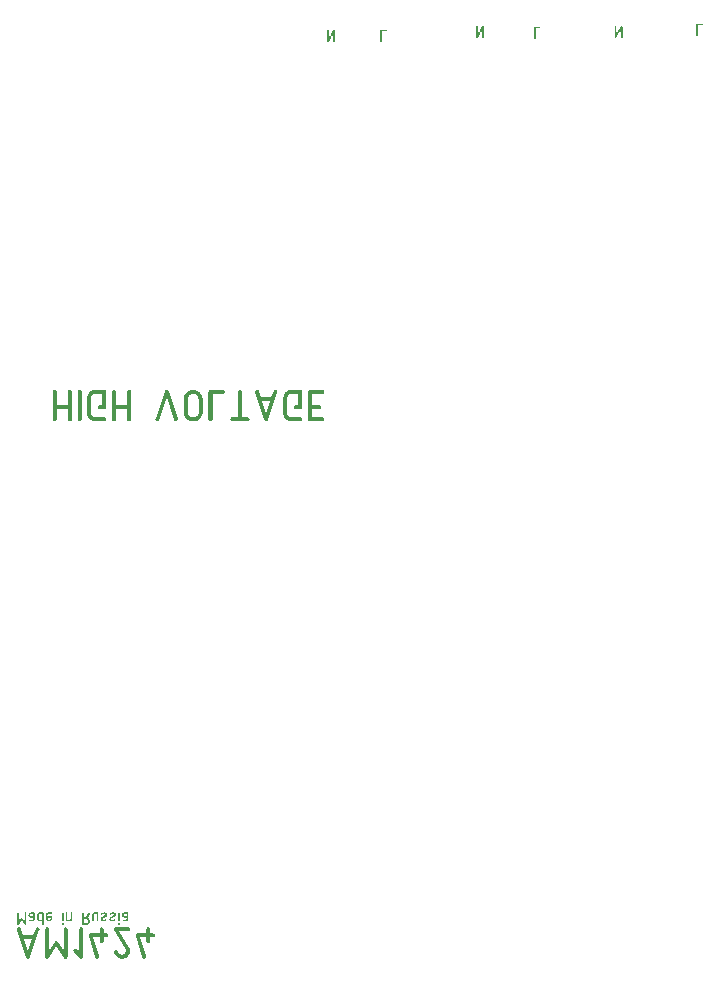
<source format=gbo>
G04 Layer_Color=32896*
%FSLAX25Y25*%
%MOIN*%
G70*
G01*
G75*
G36*
X20157Y18686D02*
X20223Y18657D01*
X20274Y18621D01*
X20303Y18570D01*
X20325Y18519D01*
X20332Y18482D01*
X20339Y18453D01*
Y18438D01*
Y16609D01*
X20332Y16477D01*
X20303Y16361D01*
X20259Y16251D01*
X20215Y16164D01*
X20164Y16091D01*
X20128Y16033D01*
X20099Y16003D01*
X20084Y15989D01*
X19982Y15901D01*
X19880Y15843D01*
X19771Y15799D01*
X19676Y15763D01*
X19588Y15748D01*
X19523Y15741D01*
X19472Y15734D01*
X18444D01*
X18356Y15748D01*
X18291Y15777D01*
X18247Y15814D01*
X18218Y15865D01*
X18196Y15916D01*
X18189Y15953D01*
X18181Y15982D01*
Y15996D01*
Y18438D01*
X18196Y18526D01*
X18225Y18591D01*
X18269Y18635D01*
X18320Y18664D01*
X18364Y18686D01*
X18407Y18693D01*
X18437Y18701D01*
X18451D01*
X18539Y18686D01*
X18604Y18657D01*
X18655Y18621D01*
X18685Y18570D01*
X18706Y18519D01*
X18714Y18482D01*
X18721Y18453D01*
Y18438D01*
Y16266D01*
X19457D01*
X19508Y16273D01*
X19559Y16281D01*
X19632Y16317D01*
X19661Y16339D01*
X19683Y16353D01*
X19691Y16361D01*
X19698Y16368D01*
X19734Y16404D01*
X19756Y16448D01*
X19785Y16521D01*
X19793Y16557D01*
X19800Y16587D01*
Y16601D01*
Y16609D01*
Y18438D01*
X19814Y18526D01*
X19844Y18591D01*
X19887Y18635D01*
X19938Y18664D01*
X19982Y18686D01*
X20026Y18693D01*
X20055Y18701D01*
X20070D01*
X20157Y18686D01*
D02*
G37*
G36*
X25916Y18693D02*
X25953Y18686D01*
X26011Y18657D01*
X26047Y18635D01*
X26062Y18621D01*
X26091Y18591D01*
X26113Y18555D01*
X26142Y18497D01*
X26149Y18453D01*
Y18446D01*
Y18438D01*
X26142Y18395D01*
X26135Y18351D01*
X26120Y18322D01*
X26113Y18314D01*
X25413Y16959D01*
X25544Y16900D01*
X25654Y16827D01*
X25756Y16747D01*
X25836Y16660D01*
X25909Y16565D01*
X25967Y16463D01*
X26018Y16368D01*
X26055Y16266D01*
X26091Y16171D01*
X26113Y16084D01*
X26128Y16003D01*
X26135Y15931D01*
X26142Y15872D01*
X26149Y15829D01*
Y15799D01*
Y15792D01*
X26142Y15697D01*
X26135Y15603D01*
X26091Y15428D01*
X26033Y15274D01*
X25960Y15143D01*
X25887Y15034D01*
X25858Y14990D01*
X25829Y14954D01*
X25807Y14925D01*
X25785Y14903D01*
X25778Y14895D01*
X25770Y14888D01*
X25697Y14822D01*
X25624Y14764D01*
X25552Y14713D01*
X25471Y14669D01*
X25318Y14604D01*
X25180Y14553D01*
X25056Y14531D01*
X25005Y14524D01*
X24954Y14516D01*
X24917Y14509D01*
X23846D01*
X23758Y14524D01*
X23693Y14553D01*
X23649Y14589D01*
X23620Y14640D01*
X23598Y14691D01*
X23591Y14728D01*
X23583Y14757D01*
Y14772D01*
Y18438D01*
X23598Y18526D01*
X23627Y18591D01*
X23671Y18635D01*
X23722Y18664D01*
X23766Y18686D01*
X23809Y18693D01*
X23839Y18701D01*
X23853D01*
X23941Y18686D01*
X24006Y18657D01*
X24057Y18621D01*
X24086Y18570D01*
X24108Y18519D01*
X24115Y18482D01*
X24123Y18453D01*
Y18438D01*
Y17075D01*
X24896D01*
X25654Y18584D01*
X25676Y18621D01*
X25712Y18650D01*
X25749Y18672D01*
X25785Y18686D01*
X25821Y18693D01*
X25850Y18701D01*
X25880D01*
X25916Y18693D01*
D02*
G37*
G36*
X35991Y18686D02*
X36057Y18657D01*
X36108Y18621D01*
X36137Y18570D01*
X36159Y18519D01*
X36166Y18482D01*
X36173Y18453D01*
Y18438D01*
Y15996D01*
X36159Y15909D01*
X36129Y15843D01*
X36086Y15799D01*
X36042Y15763D01*
X35991Y15748D01*
X35947Y15741D01*
X35918Y15734D01*
X35903D01*
X35816Y15748D01*
X35750Y15777D01*
X35699Y15814D01*
X35670Y15865D01*
X35648Y15916D01*
X35641Y15953D01*
X35634Y15982D01*
Y15996D01*
Y18438D01*
X35648Y18526D01*
X35677Y18591D01*
X35721Y18635D01*
X35772Y18664D01*
X35816Y18686D01*
X35860Y18693D01*
X35889Y18701D01*
X35903D01*
X35991Y18686D01*
D02*
G37*
G36*
X38870D02*
X38936Y18657D01*
X38987Y18621D01*
X39016Y18570D01*
X39038Y18519D01*
X39045Y18482D01*
X39053Y18453D01*
Y18438D01*
Y16609D01*
X39045Y16477D01*
X39016Y16361D01*
X38972Y16251D01*
X38929Y16164D01*
X38878Y16091D01*
X38841Y16033D01*
X38812Y16003D01*
X38798Y15989D01*
X38695Y15901D01*
X38594Y15843D01*
X38484Y15799D01*
X38389Y15763D01*
X38302Y15748D01*
X38236Y15741D01*
X38185Y15734D01*
X37354D01*
X37267Y15748D01*
X37201Y15777D01*
X37150Y15814D01*
X37121Y15865D01*
X37099Y15916D01*
X37092Y15953D01*
X37084Y15982D01*
Y15996D01*
X37099Y16084D01*
X37128Y16149D01*
X37172Y16200D01*
X37223Y16229D01*
X37267Y16251D01*
X37310Y16259D01*
X37340Y16266D01*
X38171D01*
X38222Y16273D01*
X38265Y16281D01*
X38346Y16317D01*
X38375Y16339D01*
X38397Y16353D01*
X38404Y16361D01*
X38411Y16368D01*
X38448Y16404D01*
X38469Y16448D01*
X38499Y16521D01*
X38506Y16557D01*
X38513Y16587D01*
Y16601D01*
Y16609D01*
Y16951D01*
X37762D01*
X37668Y16959D01*
X37580Y16973D01*
X37500Y16995D01*
X37427Y17017D01*
X37296Y17090D01*
X37187Y17170D01*
X37106Y17250D01*
X37041Y17323D01*
X37026Y17345D01*
X37012Y17367D01*
X36997Y17381D01*
Y17389D01*
X36961Y17469D01*
X36931Y17542D01*
X36909Y17615D01*
X36895Y17680D01*
X36888Y17739D01*
X36880Y17789D01*
Y17819D01*
Y17826D01*
X36895Y17957D01*
X36924Y18081D01*
X36961Y18191D01*
X37012Y18278D01*
X37055Y18351D01*
X37099Y18409D01*
X37128Y18438D01*
X37135Y18453D01*
X37238Y18533D01*
X37340Y18599D01*
X37449Y18643D01*
X37544Y18672D01*
X37631Y18686D01*
X37704Y18693D01*
X37748Y18701D01*
X38783D01*
X38870Y18686D01*
D02*
G37*
G36*
X39101Y13743D02*
X39265Y13670D01*
X39392Y13561D01*
X39465Y13433D01*
X39520Y13324D01*
X39538Y13215D01*
X39556Y13142D01*
Y13105D01*
X39520Y12887D01*
X39447Y12723D01*
X39338Y12614D01*
X39228Y12522D01*
X39101Y12486D01*
X38991Y12468D01*
X38919Y12449D01*
X35894D01*
X39064Y7548D01*
X39228Y7257D01*
X39356Y6983D01*
X39429Y6710D01*
X39502Y6473D01*
X39538Y6291D01*
X39556Y6127D01*
Y6036D01*
Y6000D01*
Y5799D01*
X39520Y5599D01*
X39429Y5234D01*
X39301Y4906D01*
X39156Y4633D01*
X39010Y4414D01*
X38882Y4250D01*
X38791Y4141D01*
X38773Y4105D01*
X38755D01*
X38609Y3959D01*
X38445Y3831D01*
X38135Y3649D01*
X37807Y3503D01*
X37516Y3394D01*
X37261Y3339D01*
X37042Y3321D01*
X36969Y3303D01*
X36860D01*
X36550Y3321D01*
X36277Y3394D01*
X36004Y3485D01*
X35748Y3613D01*
X35511Y3759D01*
X35293Y3923D01*
X35092Y4105D01*
X34910Y4287D01*
X34746Y4487D01*
X34600Y4651D01*
X34491Y4834D01*
X34382Y4979D01*
X34309Y5107D01*
X34254Y5198D01*
X34218Y5271D01*
X34200Y5289D01*
X34163Y5344D01*
X34145Y5417D01*
Y5471D01*
Y5489D01*
X34181Y5708D01*
X34254Y5872D01*
X34364Y6000D01*
X34491Y6072D01*
X34600Y6127D01*
X34710Y6145D01*
X34783Y6164D01*
X34819D01*
X34965Y6145D01*
X35074Y6109D01*
X35184Y6054D01*
X35256Y6000D01*
X35329Y5945D01*
X35366Y5890D01*
X35402Y5854D01*
Y5836D01*
X35530Y5617D01*
X35657Y5435D01*
X35785Y5271D01*
X35912Y5143D01*
X36040Y5016D01*
X36167Y4925D01*
X36386Y4779D01*
X36568Y4688D01*
X36732Y4651D01*
X36823Y4633D01*
X36860D01*
X37060Y4651D01*
X37242Y4688D01*
X37406Y4761D01*
X37534Y4834D01*
X37643Y4906D01*
X37734Y4979D01*
X37789Y5016D01*
X37807Y5034D01*
X37935Y5198D01*
X38044Y5362D01*
X38117Y5508D01*
X38153Y5672D01*
X38190Y5799D01*
X38208Y5909D01*
Y5981D01*
Y6000D01*
Y6145D01*
X38172Y6291D01*
X38135Y6419D01*
X38099Y6528D01*
X38062Y6619D01*
X38026Y6692D01*
X38008Y6747D01*
X37989Y6765D01*
X34254Y12741D01*
X34200Y12868D01*
X34163Y12996D01*
X34145Y13087D01*
Y13105D01*
Y13124D01*
X34181Y13342D01*
X34254Y13506D01*
X34364Y13615D01*
X34491Y13688D01*
X34600Y13743D01*
X34710Y13761D01*
X34783Y13780D01*
X38882D01*
X39101Y13743D01*
D02*
G37*
G36*
X30301D02*
X30465Y13670D01*
X30592Y13579D01*
X30665Y13452D01*
X30720Y13324D01*
X30738Y13233D01*
X30756Y13160D01*
Y13124D01*
Y11757D01*
X31594D01*
X31813Y11721D01*
X31977Y11648D01*
X32104Y11539D01*
X32177Y11411D01*
X32232Y11302D01*
X32250Y11192D01*
X32268Y11119D01*
Y11083D01*
X32232Y10864D01*
X32159Y10700D01*
X32050Y10591D01*
X31940Y10500D01*
X31813Y10464D01*
X31703Y10445D01*
X31631Y10427D01*
X30756D01*
Y9061D01*
X30720Y8842D01*
X30647Y8678D01*
X30538Y8569D01*
X30428Y8478D01*
X30301Y8441D01*
X30191Y8423D01*
X30118Y8405D01*
X30082D01*
X29863Y8441D01*
X29699Y8514D01*
X29572Y8605D01*
X29499Y8733D01*
X29444Y8860D01*
X29426Y8951D01*
X29408Y9024D01*
Y9061D01*
Y10427D01*
X27349D01*
X29171Y4214D01*
X29207Y4105D01*
X29226Y4032D01*
Y3977D01*
Y3959D01*
X29189Y3740D01*
X29116Y3576D01*
X29007Y3467D01*
X28898Y3376D01*
X28770Y3339D01*
X28661Y3321D01*
X28588Y3303D01*
X28552D01*
X28369Y3321D01*
X28242Y3376D01*
X28114Y3467D01*
X28041Y3540D01*
X27968Y3631D01*
X27932Y3722D01*
X27896Y3777D01*
Y3795D01*
X25855Y10919D01*
X25837Y11028D01*
Y11083D01*
Y11101D01*
X25873Y11320D01*
X25946Y11484D01*
X26055Y11593D01*
X26183Y11666D01*
X26292Y11721D01*
X26401Y11739D01*
X26474Y11757D01*
X29408D01*
Y13124D01*
X29444Y13342D01*
X29517Y13506D01*
X29627Y13615D01*
X29754Y13688D01*
X29863Y13743D01*
X29973Y13761D01*
X30046Y13780D01*
X30082D01*
X30301Y13743D01*
D02*
G37*
G36*
X45879D02*
X46043Y13670D01*
X46170Y13579D01*
X46243Y13452D01*
X46298Y13324D01*
X46316Y13233D01*
X46334Y13160D01*
Y13124D01*
Y11757D01*
X47172D01*
X47391Y11721D01*
X47555Y11648D01*
X47682Y11539D01*
X47755Y11411D01*
X47810Y11302D01*
X47828Y11192D01*
X47846Y11119D01*
Y11083D01*
X47810Y10864D01*
X47737Y10700D01*
X47628Y10591D01*
X47519Y10500D01*
X47391Y10464D01*
X47282Y10445D01*
X47209Y10427D01*
X46334D01*
Y9061D01*
X46298Y8842D01*
X46225Y8678D01*
X46116Y8569D01*
X46006Y8478D01*
X45879Y8441D01*
X45769Y8423D01*
X45696Y8405D01*
X45660D01*
X45441Y8441D01*
X45277Y8514D01*
X45150Y8605D01*
X45077Y8733D01*
X45022Y8860D01*
X45004Y8951D01*
X44986Y9024D01*
Y9061D01*
Y10427D01*
X42927D01*
X44749Y4214D01*
X44785Y4105D01*
X44804Y4032D01*
Y3977D01*
Y3959D01*
X44767Y3740D01*
X44694Y3576D01*
X44585Y3467D01*
X44476Y3376D01*
X44348Y3339D01*
X44239Y3321D01*
X44166Y3303D01*
X44130D01*
X43947Y3321D01*
X43820Y3376D01*
X43692Y3467D01*
X43619Y3540D01*
X43547Y3631D01*
X43510Y3722D01*
X43474Y3777D01*
Y3795D01*
X41433Y10919D01*
X41415Y11028D01*
Y11083D01*
Y11101D01*
X41451Y11320D01*
X41524Y11484D01*
X41633Y11593D01*
X41761Y11666D01*
X41870Y11721D01*
X41980Y11739D01*
X42053Y11757D01*
X44986D01*
Y13124D01*
X45022Y13342D01*
X45095Y13506D01*
X45205Y13615D01*
X45332Y13688D01*
X45441Y13743D01*
X45551Y13761D01*
X45624Y13780D01*
X45660D01*
X45879Y13743D01*
D02*
G37*
G36*
X23577D02*
X23741Y13670D01*
X23869Y13579D01*
X23942Y13452D01*
X23997Y13324D01*
X24015Y13233D01*
X24033Y13160D01*
Y13124D01*
Y3959D01*
X23997Y3740D01*
X23924Y3576D01*
X23814Y3467D01*
X23705Y3376D01*
X23577Y3339D01*
X23468Y3321D01*
X23395Y3303D01*
X23359D01*
X23249Y3321D01*
X23158Y3339D01*
X22994Y3431D01*
X22867Y3522D01*
X22849Y3540D01*
X22830Y3558D01*
X20844Y5544D01*
X20772Y5617D01*
X20735Y5690D01*
X20662Y5836D01*
X20644Y5945D01*
Y5981D01*
Y6000D01*
X20680Y6218D01*
X20753Y6382D01*
X20863Y6510D01*
X20990Y6583D01*
X21100Y6637D01*
X21209Y6656D01*
X21282Y6674D01*
X21318D01*
X21409Y6656D01*
X21500Y6637D01*
X21664Y6564D01*
X21755Y6510D01*
X21792Y6473D01*
X22685Y5362D01*
Y13124D01*
X22721Y13342D01*
X22794Y13506D01*
X22903Y13615D01*
X23031Y13688D01*
X23140Y13743D01*
X23249Y13761D01*
X23322Y13780D01*
X23359D01*
X23577Y13743D01*
D02*
G37*
G36*
X18294D02*
X18458Y13670D01*
X18585Y13579D01*
X18658Y13452D01*
X18713Y13324D01*
X18731Y13233D01*
X18749Y13160D01*
Y13124D01*
Y3959D01*
X18713Y3740D01*
X18640Y3576D01*
X18530Y3467D01*
X18403Y3376D01*
X18275Y3339D01*
X18166Y3321D01*
X18093Y3303D01*
X18057D01*
X17929Y3321D01*
X17802Y3339D01*
X17711Y3394D01*
X17638Y3449D01*
X17528Y3540D01*
X17510Y3576D01*
X17492Y3595D01*
X15032Y7457D01*
X12573Y3631D01*
X12481Y3522D01*
X12390Y3449D01*
X12299Y3376D01*
X12208Y3339D01*
X12117Y3321D01*
X12044Y3303D01*
X11989D01*
X11771Y3339D01*
X11607Y3412D01*
X11479Y3503D01*
X11406Y3631D01*
X11352Y3759D01*
X11334Y3850D01*
X11315Y3923D01*
Y3959D01*
Y13124D01*
X11352Y13342D01*
X11425Y13506D01*
X11534Y13615D01*
X11661Y13688D01*
X11771Y13743D01*
X11880Y13761D01*
X11953Y13780D01*
X11989D01*
X12208Y13743D01*
X12372Y13670D01*
X12500Y13579D01*
X12573Y13452D01*
X12627Y13324D01*
X12645Y13233D01*
X12664Y13160D01*
Y13124D01*
Y5799D01*
X14413Y8824D01*
X14522Y8951D01*
X14613Y9042D01*
X14723Y9115D01*
X14814Y9152D01*
X14905Y9188D01*
X14978Y9206D01*
X15032D01*
X15160Y9188D01*
X15269Y9152D01*
X15470Y9006D01*
X15542Y8951D01*
X15597Y8878D01*
X15615Y8842D01*
X15633Y8824D01*
X17401Y5799D01*
Y13124D01*
X17437Y13342D01*
X17510Y13506D01*
X17619Y13615D01*
X17747Y13688D01*
X17856Y13743D01*
X17966Y13761D01*
X18038Y13780D01*
X18075D01*
X18294Y13743D01*
D02*
G37*
G36*
X34030Y18693D02*
X34161Y18679D01*
X34278Y18650D01*
X34380Y18621D01*
X34453Y18591D01*
X34511Y18562D01*
X34547Y18548D01*
X34562Y18540D01*
X34620Y18497D01*
X34671Y18453D01*
X34744Y18358D01*
X34803Y18256D01*
X34846Y18154D01*
X34868Y18067D01*
X34876Y17994D01*
X34883Y17965D01*
Y17943D01*
Y17935D01*
Y17928D01*
X34876Y17841D01*
X34861Y17760D01*
X34839Y17687D01*
X34817Y17615D01*
X34744Y17498D01*
X34664Y17403D01*
X34577Y17330D01*
X34511Y17279D01*
X34482Y17257D01*
X34460Y17243D01*
X34445Y17235D01*
X34438D01*
X33388Y16725D01*
X33345Y16696D01*
X33316Y16660D01*
X33286Y16630D01*
X33272Y16594D01*
X33264Y16557D01*
X33257Y16528D01*
Y16514D01*
Y16507D01*
X33264Y16463D01*
X33279Y16426D01*
X33301Y16397D01*
X33323Y16368D01*
X33396Y16324D01*
X33476Y16295D01*
X33556Y16281D01*
X33629Y16266D01*
X33695D01*
X33811Y16273D01*
X33913Y16288D01*
X34008Y16310D01*
X34088Y16339D01*
X34154Y16368D01*
X34205Y16390D01*
X34241Y16404D01*
X34249Y16412D01*
X34314Y16448D01*
X34365Y16463D01*
X34394Y16470D01*
X34409D01*
X34445Y16463D01*
X34482Y16455D01*
X34547Y16426D01*
X34584Y16404D01*
X34598Y16390D01*
X34628Y16361D01*
X34642Y16324D01*
X34671Y16266D01*
X34679Y16215D01*
Y16208D01*
Y16200D01*
X34671Y16149D01*
X34657Y16105D01*
X34613Y16033D01*
X34584Y16011D01*
X34562Y15989D01*
X34547Y15982D01*
X34540Y15974D01*
X34394Y15894D01*
X34249Y15836D01*
X34110Y15792D01*
X33979Y15763D01*
X33862Y15748D01*
X33819Y15741D01*
X33775Y15734D01*
X33695D01*
X33556Y15741D01*
X33425Y15763D01*
X33316Y15792D01*
X33221Y15821D01*
X33141Y15858D01*
X33090Y15887D01*
X33053Y15909D01*
X33038Y15916D01*
X32980Y15953D01*
X32936Y15996D01*
X32856Y16091D01*
X32798Y16193D01*
X32761Y16288D01*
X32732Y16375D01*
X32725Y16441D01*
X32718Y16470D01*
Y16492D01*
Y16499D01*
Y16507D01*
X32725Y16594D01*
X32740Y16674D01*
X32761Y16754D01*
X32791Y16820D01*
X32856Y16944D01*
X32944Y17039D01*
X33024Y17112D01*
X33097Y17163D01*
X33119Y17185D01*
X33141Y17199D01*
X33155Y17206D01*
X33162D01*
X34212Y17709D01*
X34256Y17739D01*
X34285Y17768D01*
X34314Y17804D01*
X34329Y17841D01*
X34336Y17877D01*
X34343Y17906D01*
Y17921D01*
Y17928D01*
X34336Y17972D01*
X34321Y18008D01*
X34300Y18037D01*
X34271Y18067D01*
X34198Y18110D01*
X34117Y18139D01*
X34037Y18154D01*
X33964Y18161D01*
X33935Y18169D01*
X33891D01*
X33702Y18161D01*
X33622Y18147D01*
X33542Y18132D01*
X33476Y18125D01*
X33425Y18110D01*
X33396Y18103D01*
X33381D01*
X33308Y18074D01*
X33250Y18052D01*
X33192Y18030D01*
X33148Y18015D01*
X33111Y18001D01*
X33090Y17986D01*
X33075Y17979D01*
X33068D01*
X33046Y17972D01*
X32951D01*
X32915Y17986D01*
X32849Y18008D01*
X32812Y18037D01*
X32805Y18045D01*
X32798Y18052D01*
X32769Y18081D01*
X32754Y18110D01*
X32725Y18169D01*
X32718Y18212D01*
Y18220D01*
Y18227D01*
X32725Y18285D01*
X32740Y18329D01*
X32761Y18373D01*
X32791Y18409D01*
X32820Y18431D01*
X32842Y18453D01*
X32856Y18460D01*
X32864Y18467D01*
X33024Y18548D01*
X33199Y18599D01*
X33367Y18643D01*
X33527Y18672D01*
X33673Y18686D01*
X33731Y18693D01*
X33782D01*
X33826Y18701D01*
X33884D01*
X34030Y18693D01*
D02*
G37*
G36*
X35991Y15231D02*
X36057Y15202D01*
X36108Y15158D01*
X36137Y15107D01*
X36159Y15063D01*
X36166Y15019D01*
X36173Y14990D01*
Y14976D01*
Y14772D01*
X36159Y14684D01*
X36129Y14618D01*
X36086Y14575D01*
X36042Y14538D01*
X35991Y14524D01*
X35947Y14516D01*
X35918Y14509D01*
X35903D01*
X35816Y14524D01*
X35750Y14553D01*
X35699Y14589D01*
X35670Y14640D01*
X35648Y14691D01*
X35641Y14728D01*
X35634Y14757D01*
Y14772D01*
Y14976D01*
X35648Y15063D01*
X35677Y15129D01*
X35721Y15180D01*
X35772Y15209D01*
X35816Y15231D01*
X35860Y15238D01*
X35889Y15245D01*
X35903D01*
X35991Y15231D01*
D02*
G37*
G36*
X4761Y18686D02*
X4826Y18657D01*
X4877Y18621D01*
X4906Y18570D01*
X4928Y18519D01*
X4936Y18482D01*
X4943Y18453D01*
Y18438D01*
Y14772D01*
X4928Y14684D01*
X4899Y14618D01*
X4855Y14575D01*
X4804Y14538D01*
X4753Y14524D01*
X4710Y14516D01*
X4680Y14509D01*
X4666D01*
X4615Y14516D01*
X4564Y14524D01*
X4527Y14546D01*
X4498Y14567D01*
X4454Y14604D01*
X4447Y14618D01*
X4440Y14626D01*
X3456Y16171D01*
X2472Y14640D01*
X2435Y14596D01*
X2399Y14567D01*
X2362Y14538D01*
X2326Y14524D01*
X2289Y14516D01*
X2260Y14509D01*
X2238D01*
X2151Y14524D01*
X2085Y14553D01*
X2034Y14589D01*
X2005Y14640D01*
X1983Y14691D01*
X1976Y14728D01*
X1969Y14757D01*
Y14772D01*
Y18438D01*
X1983Y18526D01*
X2012Y18591D01*
X2056Y18635D01*
X2107Y18664D01*
X2151Y18686D01*
X2194Y18693D01*
X2224Y18701D01*
X2238D01*
X2326Y18686D01*
X2391Y18657D01*
X2442Y18621D01*
X2472Y18570D01*
X2493Y18519D01*
X2501Y18482D01*
X2508Y18453D01*
Y18438D01*
Y15508D01*
X3208Y16718D01*
X3252Y16769D01*
X3288Y16805D01*
X3332Y16835D01*
X3368Y16849D01*
X3405Y16864D01*
X3434Y16871D01*
X3456D01*
X3507Y16864D01*
X3550Y16849D01*
X3631Y16791D01*
X3660Y16769D01*
X3682Y16740D01*
X3689Y16725D01*
X3696Y16718D01*
X4403Y15508D01*
Y18438D01*
X4418Y18526D01*
X4447Y18591D01*
X4491Y18635D01*
X4542Y18664D01*
X4586Y18686D01*
X4629Y18693D01*
X4659Y18701D01*
X4673D01*
X4761Y18686D01*
D02*
G37*
G36*
X10593D02*
X10658Y18657D01*
X10709Y18621D01*
X10738Y18570D01*
X10760Y18519D01*
X10768Y18482D01*
X10775Y18453D01*
Y18438D01*
Y14772D01*
X10760Y14684D01*
X10731Y14618D01*
X10687Y14575D01*
X10644Y14538D01*
X10593Y14524D01*
X10549Y14516D01*
X10520Y14509D01*
X10505D01*
X10418Y14524D01*
X10352Y14553D01*
X10301Y14589D01*
X10272Y14640D01*
X10250Y14691D01*
X10243Y14728D01*
X10235Y14757D01*
Y14772D01*
Y15734D01*
X9492D01*
X9397Y15741D01*
X9309Y15756D01*
X9229Y15777D01*
X9156Y15799D01*
X9025Y15872D01*
X8916Y15953D01*
X8836Y16033D01*
X8770Y16105D01*
X8755Y16127D01*
X8741Y16149D01*
X8726Y16164D01*
Y16171D01*
X8690Y16251D01*
X8661Y16324D01*
X8646Y16397D01*
X8632Y16463D01*
X8624Y16521D01*
X8617Y16572D01*
Y16601D01*
Y16609D01*
Y17826D01*
X8624Y17957D01*
X8653Y18081D01*
X8697Y18191D01*
X8741Y18278D01*
X8785Y18351D01*
X8828Y18409D01*
X8858Y18438D01*
X8865Y18453D01*
X8967Y18533D01*
X9069Y18599D01*
X9178Y18643D01*
X9273Y18672D01*
X9361Y18686D01*
X9433Y18693D01*
X9477Y18701D01*
X10505D01*
X10593Y18686D01*
D02*
G37*
G36*
X17285Y15231D02*
X17350Y15202D01*
X17401Y15158D01*
X17431Y15107D01*
X17452Y15063D01*
X17460Y15019D01*
X17467Y14990D01*
Y14976D01*
Y14772D01*
X17452Y14684D01*
X17423Y14618D01*
X17380Y14575D01*
X17336Y14538D01*
X17285Y14524D01*
X17241Y14516D01*
X17212Y14509D01*
X17197D01*
X17110Y14524D01*
X17044Y14553D01*
X16993Y14589D01*
X16964Y14640D01*
X16942Y14691D01*
X16935Y14728D01*
X16928Y14757D01*
Y14772D01*
Y14976D01*
X16942Y15063D01*
X16971Y15129D01*
X17015Y15180D01*
X17066Y15209D01*
X17110Y15231D01*
X17154Y15238D01*
X17183Y15245D01*
X17197D01*
X17285Y15231D01*
D02*
G37*
G36*
X7691Y18686D02*
X7757Y18657D01*
X7808Y18621D01*
X7837Y18570D01*
X7859Y18519D01*
X7866Y18482D01*
X7873Y18453D01*
Y18438D01*
Y16609D01*
X7866Y16477D01*
X7837Y16361D01*
X7793Y16251D01*
X7750Y16164D01*
X7698Y16091D01*
X7662Y16033D01*
X7633Y16003D01*
X7618Y15989D01*
X7516Y15901D01*
X7414Y15843D01*
X7305Y15799D01*
X7210Y15763D01*
X7123Y15748D01*
X7057Y15741D01*
X7006Y15734D01*
X6175D01*
X6087Y15748D01*
X6022Y15777D01*
X5971Y15814D01*
X5942Y15865D01*
X5920Y15916D01*
X5912Y15953D01*
X5905Y15982D01*
Y15996D01*
X5920Y16084D01*
X5949Y16149D01*
X5993Y16200D01*
X6044Y16229D01*
X6087Y16251D01*
X6131Y16259D01*
X6160Y16266D01*
X6991D01*
X7042Y16273D01*
X7086Y16281D01*
X7166Y16317D01*
X7195Y16339D01*
X7217Y16353D01*
X7225Y16361D01*
X7232Y16368D01*
X7268Y16404D01*
X7290Y16448D01*
X7319Y16521D01*
X7327Y16557D01*
X7334Y16587D01*
Y16601D01*
Y16609D01*
Y16951D01*
X6583D01*
X6488Y16959D01*
X6401Y16973D01*
X6321Y16995D01*
X6248Y17017D01*
X6117Y17090D01*
X6007Y17170D01*
X5927Y17250D01*
X5861Y17323D01*
X5847Y17345D01*
X5832Y17367D01*
X5818Y17381D01*
Y17389D01*
X5781Y17469D01*
X5752Y17542D01*
X5730Y17615D01*
X5716Y17680D01*
X5708Y17739D01*
X5701Y17789D01*
Y17819D01*
Y17826D01*
X5716Y17957D01*
X5745Y18081D01*
X5781Y18191D01*
X5832Y18278D01*
X5876Y18351D01*
X5920Y18409D01*
X5949Y18438D01*
X5956Y18453D01*
X6058Y18533D01*
X6160Y18599D01*
X6270Y18643D01*
X6364Y18672D01*
X6452Y18686D01*
X6525Y18693D01*
X6568Y18701D01*
X7604D01*
X7691Y18686D01*
D02*
G37*
G36*
X28883D02*
X28949Y18657D01*
X29000Y18621D01*
X29029Y18570D01*
X29051Y18519D01*
X29058Y18482D01*
X29065Y18453D01*
Y18438D01*
Y15996D01*
X29051Y15909D01*
X29022Y15843D01*
X28978Y15799D01*
X28934Y15763D01*
X28883Y15748D01*
X28839Y15741D01*
X28810Y15734D01*
X28796D01*
X28708Y15748D01*
X28643Y15777D01*
X28592Y15814D01*
X28562Y15865D01*
X28541Y15916D01*
X28533Y15953D01*
X28526Y15982D01*
Y15996D01*
Y18169D01*
X27782D01*
X27731Y18161D01*
X27688Y18154D01*
X27607Y18118D01*
X27578Y18103D01*
X27564Y18088D01*
X27549Y18081D01*
X27542Y18074D01*
X27513Y18030D01*
X27491Y17994D01*
X27462Y17913D01*
X27454Y17877D01*
X27447Y17848D01*
Y17833D01*
Y17826D01*
Y15996D01*
X27433Y15909D01*
X27403Y15843D01*
X27360Y15799D01*
X27316Y15763D01*
X27265Y15748D01*
X27221Y15741D01*
X27192Y15734D01*
X27177D01*
X27090Y15748D01*
X27024Y15777D01*
X26973Y15814D01*
X26944Y15865D01*
X26922Y15916D01*
X26915Y15953D01*
X26908Y15982D01*
Y15996D01*
Y17826D01*
X26915Y17957D01*
X26944Y18081D01*
X26988Y18191D01*
X27031Y18278D01*
X27075Y18351D01*
X27119Y18409D01*
X27148Y18438D01*
X27156Y18453D01*
X27257Y18533D01*
X27360Y18599D01*
X27469Y18643D01*
X27564Y18672D01*
X27651Y18686D01*
X27724Y18693D01*
X27768Y18701D01*
X28796D01*
X28883Y18686D01*
D02*
G37*
G36*
X31121Y18693D02*
X31252Y18679D01*
X31369Y18650D01*
X31471Y18621D01*
X31544Y18591D01*
X31602Y18562D01*
X31639Y18548D01*
X31653Y18540D01*
X31712Y18497D01*
X31763Y18453D01*
X31836Y18358D01*
X31894Y18256D01*
X31938Y18154D01*
X31960Y18067D01*
X31967Y17994D01*
X31974Y17965D01*
Y17943D01*
Y17935D01*
Y17928D01*
X31967Y17841D01*
X31952Y17760D01*
X31930Y17687D01*
X31909Y17615D01*
X31836Y17498D01*
X31755Y17403D01*
X31668Y17330D01*
X31602Y17279D01*
X31573Y17257D01*
X31551Y17243D01*
X31537Y17235D01*
X31530D01*
X30480Y16725D01*
X30436Y16696D01*
X30407Y16660D01*
X30378Y16630D01*
X30363Y16594D01*
X30356Y16557D01*
X30349Y16528D01*
Y16514D01*
Y16507D01*
X30356Y16463D01*
X30370Y16426D01*
X30392Y16397D01*
X30414Y16368D01*
X30487Y16324D01*
X30567Y16295D01*
X30647Y16281D01*
X30720Y16266D01*
X30786D01*
X30902Y16273D01*
X31005Y16288D01*
X31099Y16310D01*
X31179Y16339D01*
X31245Y16368D01*
X31296Y16390D01*
X31333Y16404D01*
X31340Y16412D01*
X31405Y16448D01*
X31457Y16463D01*
X31486Y16470D01*
X31500D01*
X31537Y16463D01*
X31573Y16455D01*
X31639Y16426D01*
X31675Y16404D01*
X31690Y16390D01*
X31719Y16361D01*
X31734Y16324D01*
X31763Y16266D01*
X31770Y16215D01*
Y16208D01*
Y16200D01*
X31763Y16149D01*
X31748Y16105D01*
X31704Y16033D01*
X31675Y16011D01*
X31653Y15989D01*
X31639Y15982D01*
X31631Y15974D01*
X31486Y15894D01*
X31340Y15836D01*
X31201Y15792D01*
X31070Y15763D01*
X30953Y15748D01*
X30910Y15741D01*
X30866Y15734D01*
X30786D01*
X30647Y15741D01*
X30516Y15763D01*
X30407Y15792D01*
X30312Y15821D01*
X30232Y15858D01*
X30181Y15887D01*
X30144Y15909D01*
X30130Y15916D01*
X30071Y15953D01*
X30028Y15996D01*
X29948Y16091D01*
X29889Y16193D01*
X29853Y16288D01*
X29824Y16375D01*
X29816Y16441D01*
X29809Y16470D01*
Y16492D01*
Y16499D01*
Y16507D01*
X29816Y16594D01*
X29831Y16674D01*
X29853Y16754D01*
X29882Y16820D01*
X29948Y16944D01*
X30035Y17039D01*
X30115Y17112D01*
X30188Y17163D01*
X30210Y17185D01*
X30232Y17199D01*
X30246Y17206D01*
X30254D01*
X31304Y17709D01*
X31347Y17739D01*
X31376Y17768D01*
X31405Y17804D01*
X31420Y17841D01*
X31427Y17877D01*
X31435Y17906D01*
Y17921D01*
Y17928D01*
X31427Y17972D01*
X31413Y18008D01*
X31391Y18037D01*
X31362Y18067D01*
X31289Y18110D01*
X31209Y18139D01*
X31128Y18154D01*
X31056Y18161D01*
X31026Y18169D01*
X30983D01*
X30793Y18161D01*
X30713Y18147D01*
X30633Y18132D01*
X30567Y18125D01*
X30516Y18110D01*
X30487Y18103D01*
X30472D01*
X30400Y18074D01*
X30341Y18052D01*
X30283Y18030D01*
X30239Y18015D01*
X30203Y18001D01*
X30181Y17986D01*
X30166Y17979D01*
X30159D01*
X30137Y17972D01*
X30042D01*
X30006Y17986D01*
X29940Y18008D01*
X29904Y18037D01*
X29897Y18045D01*
X29889Y18052D01*
X29860Y18081D01*
X29845Y18110D01*
X29816Y18169D01*
X29809Y18212D01*
Y18220D01*
Y18227D01*
X29816Y18285D01*
X29831Y18329D01*
X29853Y18373D01*
X29882Y18409D01*
X29911Y18431D01*
X29933Y18453D01*
X29948Y18460D01*
X29955Y18467D01*
X30115Y18548D01*
X30290Y18599D01*
X30458Y18643D01*
X30618Y18672D01*
X30764Y18686D01*
X30822Y18693D01*
X30873D01*
X30917Y18701D01*
X30975D01*
X31121Y18693D01*
D02*
G37*
G36*
X13509Y18686D02*
X13574Y18657D01*
X13625Y18613D01*
X13654Y18562D01*
X13676Y18519D01*
X13683Y18475D01*
X13691Y18446D01*
Y18431D01*
X13676Y18344D01*
X13647Y18278D01*
X13603Y18234D01*
X13560Y18198D01*
X13509Y18183D01*
X13465Y18176D01*
X13436Y18169D01*
X12400D01*
X12349Y18161D01*
X12306Y18154D01*
X12225Y18118D01*
X12196Y18103D01*
X12182Y18088D01*
X12167Y18081D01*
X12160Y18074D01*
X12131Y18030D01*
X12109Y17994D01*
X12080Y17913D01*
X12072Y17877D01*
X12065Y17848D01*
Y17833D01*
Y17826D01*
Y17483D01*
X13691D01*
Y16813D01*
Y16733D01*
X13676Y16652D01*
X13640Y16499D01*
X13589Y16368D01*
X13538Y16259D01*
X13479Y16171D01*
X13428Y16105D01*
X13392Y16062D01*
X13385Y16047D01*
X13377D01*
X13319Y15989D01*
X13253Y15945D01*
X13122Y15865D01*
X12998Y15807D01*
X12874Y15770D01*
X12765Y15748D01*
X12685Y15741D01*
X12648Y15734D01*
X12524D01*
X12444Y15748D01*
X12291Y15785D01*
X12167Y15836D01*
X12051Y15894D01*
X11963Y15953D01*
X11897Y16003D01*
X11854Y16040D01*
X11846Y16047D01*
X11839Y16055D01*
X11781Y16113D01*
X11737Y16179D01*
X11657Y16302D01*
X11606Y16434D01*
X11562Y16550D01*
X11540Y16652D01*
X11533Y16740D01*
X11526Y16769D01*
Y16791D01*
Y16805D01*
Y16813D01*
Y17826D01*
X11533Y17957D01*
X11562Y18081D01*
X11606Y18191D01*
X11650Y18278D01*
X11693Y18351D01*
X11737Y18409D01*
X11766Y18438D01*
X11774Y18453D01*
X11876Y18533D01*
X11978Y18599D01*
X12087Y18643D01*
X12182Y18672D01*
X12269Y18686D01*
X12342Y18693D01*
X12386Y18701D01*
X13421D01*
X13509Y18686D01*
D02*
G37*
G36*
X17285D02*
X17350Y18657D01*
X17401Y18621D01*
X17431Y18570D01*
X17452Y18519D01*
X17460Y18482D01*
X17467Y18453D01*
Y18438D01*
Y15996D01*
X17452Y15909D01*
X17423Y15843D01*
X17380Y15799D01*
X17336Y15763D01*
X17285Y15748D01*
X17241Y15741D01*
X17212Y15734D01*
X17197D01*
X17110Y15748D01*
X17044Y15777D01*
X16993Y15814D01*
X16964Y15865D01*
X16942Y15916D01*
X16935Y15953D01*
X16928Y15982D01*
Y15996D01*
Y18438D01*
X16942Y18526D01*
X16971Y18591D01*
X17015Y18635D01*
X17066Y18664D01*
X17110Y18686D01*
X17154Y18693D01*
X17183Y18701D01*
X17197D01*
X17285Y18686D01*
D02*
G37*
G36*
X8947Y13743D02*
X9111Y13670D01*
X9238Y13579D01*
X9311Y13452D01*
X9366Y13324D01*
X9384Y13233D01*
X9402Y13160D01*
Y13124D01*
Y13051D01*
X9384Y12978D01*
X9366Y12923D01*
Y12905D01*
X6323Y3813D01*
X6250Y3649D01*
X6159Y3522D01*
X6050Y3431D01*
X5940Y3358D01*
X5831Y3321D01*
X5740Y3303D01*
X5667D01*
X5503Y3321D01*
X5357Y3376D01*
X5248Y3467D01*
X5157Y3558D01*
X5084Y3649D01*
X5048Y3740D01*
X5011Y3795D01*
Y3813D01*
X1987Y12905D01*
X1950Y13051D01*
Y13105D01*
Y13124D01*
X1987Y13342D01*
X2060Y13506D01*
X2169Y13615D01*
X2296Y13688D01*
X2406Y13743D01*
X2515Y13761D01*
X2588Y13780D01*
X2624D01*
X2788Y13761D01*
X2934Y13707D01*
X3043Y13634D01*
X3135Y13543D01*
X3189Y13470D01*
X3226Y13397D01*
X3262Y13342D01*
Y13324D01*
X3954Y11247D01*
X7380D01*
X8072Y13324D01*
X8145Y13470D01*
X8236Y13579D01*
X8345Y13670D01*
X8455Y13725D01*
X8564Y13761D01*
X8655Y13780D01*
X8728D01*
X8947Y13743D01*
D02*
G37*
G36*
X230329Y314946D02*
X230395Y314917D01*
X230446Y314873D01*
X230475Y314822D01*
X230497Y314778D01*
X230504Y314735D01*
X230512Y314705D01*
Y314691D01*
X230497Y314603D01*
X230468Y314538D01*
X230424Y314494D01*
X230380Y314458D01*
X230329Y314443D01*
X230286Y314436D01*
X230256Y314428D01*
X230242D01*
X228886D01*
Y311031D01*
X228871Y310944D01*
X228842Y310878D01*
X228798Y310835D01*
X228755Y310798D01*
X228704Y310784D01*
X228660Y310776D01*
X228631Y310769D01*
X228616D01*
X228529Y310784D01*
X228463Y310813D01*
X228412Y310849D01*
X228383Y310900D01*
X228361Y310951D01*
X228354Y310988D01*
X228346Y311017D01*
Y311031D01*
Y314698D01*
X228361Y314786D01*
X228390Y314851D01*
X228434Y314895D01*
X228485Y314924D01*
X228529Y314946D01*
X228572Y314953D01*
X228602Y314961D01*
X228616D01*
X230242D01*
X230329Y314946D01*
D02*
G37*
G36*
X31180Y192877D02*
X31344Y192804D01*
X31471Y192713D01*
X31544Y192585D01*
X31599Y192458D01*
X31617Y192367D01*
X31635Y192294D01*
Y192257D01*
Y187156D01*
X31599Y186937D01*
X31526Y186773D01*
X31416Y186664D01*
X31307Y186573D01*
X31180Y186536D01*
X31070Y186518D01*
X30997Y186500D01*
X30961D01*
X29430D01*
X29212Y186536D01*
X29048Y186609D01*
X28920Y186700D01*
X28848Y186828D01*
X28793Y186955D01*
X28775Y187047D01*
X28756Y187119D01*
Y187156D01*
X28793Y187374D01*
X28866Y187539D01*
X28975Y187666D01*
X29103Y187739D01*
X29212Y187794D01*
X29321Y187812D01*
X29394Y187830D01*
X29430D01*
X30287D01*
Y191583D01*
X27918D01*
X27718Y191565D01*
X27536Y191529D01*
X27372Y191456D01*
X27226Y191383D01*
X27117Y191328D01*
X27025Y191255D01*
X26971Y191219D01*
X26953Y191201D01*
X26825Y191037D01*
X26734Y190873D01*
X26661Y190709D01*
X26625Y190563D01*
X26588Y190417D01*
X26570Y190308D01*
Y190235D01*
Y190217D01*
Y185133D01*
X26588Y184933D01*
X26625Y184751D01*
X26697Y184587D01*
X26770Y184441D01*
X26825Y184332D01*
X26898Y184241D01*
X26934Y184186D01*
X26953Y184168D01*
X27117Y184040D01*
X27281Y183931D01*
X27426Y183858D01*
X27590Y183822D01*
X27718Y183785D01*
X27827Y183767D01*
X27900D01*
X27918D01*
X30961D01*
X31180Y183730D01*
X31344Y183658D01*
X31471Y183548D01*
X31544Y183421D01*
X31599Y183311D01*
X31617Y183202D01*
X31635Y183129D01*
Y183093D01*
X31599Y182874D01*
X31526Y182710D01*
X31416Y182601D01*
X31307Y182510D01*
X31180Y182473D01*
X31070Y182455D01*
X30997Y182437D01*
X30961D01*
X27918D01*
X27718D01*
X27517Y182473D01*
X27135Y182564D01*
X26825Y182692D01*
X26533Y182838D01*
X26315Y182984D01*
X26151Y183111D01*
X26042Y183202D01*
X26023Y183220D01*
X26005Y183239D01*
X25859Y183384D01*
X25750Y183548D01*
X25550Y183858D01*
X25422Y184186D01*
X25313Y184477D01*
X25258Y184733D01*
X25240Y184951D01*
X25222Y185024D01*
Y185079D01*
Y185115D01*
Y185133D01*
Y190217D01*
X25240Y190417D01*
X25258Y190618D01*
X25349Y191000D01*
X25477Y191310D01*
X25622Y191602D01*
X25750Y191820D01*
X25878Y191984D01*
X25969Y192094D01*
X26005Y192112D01*
Y192130D01*
X26151Y192276D01*
X26315Y192385D01*
X26643Y192585D01*
X26953Y192713D01*
X27262Y192822D01*
X27517Y192877D01*
X27736Y192895D01*
X27809Y192913D01*
X27864D01*
X27900D01*
X27918D01*
X30961D01*
X31180Y192877D01*
D02*
G37*
G36*
X203558Y314216D02*
X203624Y314187D01*
X203675Y314151D01*
X203704Y314100D01*
X203726Y314049D01*
X203733Y314012D01*
X203740Y313983D01*
Y313969D01*
Y310302D01*
X203726Y310214D01*
X203696Y310149D01*
X203653Y310105D01*
X203602Y310076D01*
X203558Y310054D01*
X203514Y310047D01*
X203485Y310039D01*
X203470D01*
X203383Y310054D01*
X203317Y310083D01*
X203266Y310120D01*
X203237Y310171D01*
X203215Y310222D01*
X203208Y310258D01*
X203201Y310287D01*
Y310302D01*
Y313116D01*
X201692Y310171D01*
X201655Y310127D01*
X201619Y310098D01*
X201582Y310068D01*
X201539Y310054D01*
X201509Y310047D01*
X201480Y310039D01*
X201451D01*
X201356Y310054D01*
X201291Y310083D01*
X201240Y310120D01*
X201210Y310171D01*
X201189Y310222D01*
X201181Y310258D01*
X201174Y310287D01*
Y310302D01*
Y313969D01*
X201189Y314056D01*
X201218Y314122D01*
X201262Y314165D01*
X201305Y314202D01*
X201356Y314216D01*
X201400Y314224D01*
X201429Y314231D01*
X201444D01*
X201531Y314216D01*
X201597Y314187D01*
X201648Y314151D01*
X201677Y314100D01*
X201699Y314049D01*
X201706Y314012D01*
X201713Y313983D01*
Y313969D01*
Y311155D01*
X203215Y314049D01*
X203252Y314107D01*
X203295Y314151D01*
X203339Y314187D01*
X203376Y314209D01*
X203412Y314224D01*
X203441Y314231D01*
X203470D01*
X203558Y314216D01*
D02*
G37*
G36*
X176196Y313962D02*
X176261Y313933D01*
X176312Y313889D01*
X176341Y313838D01*
X176363Y313794D01*
X176370Y313750D01*
X176378Y313721D01*
Y313707D01*
X176363Y313619D01*
X176334Y313554D01*
X176290Y313510D01*
X176247Y313473D01*
X176196Y313459D01*
X176152Y313452D01*
X176123Y313444D01*
X176108D01*
X174752D01*
Y310047D01*
X174738Y309960D01*
X174708Y309894D01*
X174665Y309850D01*
X174621Y309814D01*
X174570Y309799D01*
X174526Y309792D01*
X174497Y309785D01*
X174482D01*
X174395Y309799D01*
X174329Y309828D01*
X174278Y309865D01*
X174249Y309916D01*
X174227Y309967D01*
X174220Y310003D01*
X174213Y310033D01*
Y310047D01*
Y313714D01*
X174227Y313801D01*
X174256Y313867D01*
X174300Y313911D01*
X174351Y313940D01*
X174395Y313962D01*
X174439Y313969D01*
X174468Y313976D01*
X174482D01*
X176108D01*
X176196Y313962D01*
D02*
G37*
G36*
X39488Y192877D02*
X39652Y192804D01*
X39779Y192713D01*
X39852Y192585D01*
X39907Y192458D01*
X39925Y192367D01*
X39944Y192294D01*
Y192257D01*
Y183093D01*
X39907Y182874D01*
X39834Y182710D01*
X39725Y182601D01*
X39615Y182510D01*
X39488Y182473D01*
X39379Y182455D01*
X39306Y182437D01*
X39269D01*
X39051Y182473D01*
X38887Y182546D01*
X38759Y182637D01*
X38686Y182765D01*
X38632Y182892D01*
X38613Y182984D01*
X38595Y183056D01*
Y183093D01*
Y186500D01*
X34878D01*
Y183093D01*
X34842Y182874D01*
X34769Y182710D01*
X34660Y182601D01*
X34550Y182510D01*
X34423Y182473D01*
X34313Y182455D01*
X34241Y182437D01*
X34204D01*
X33985Y182473D01*
X33821Y182546D01*
X33694Y182637D01*
X33621Y182765D01*
X33566Y182892D01*
X33548Y182984D01*
X33530Y183056D01*
Y183093D01*
Y192257D01*
X33566Y192476D01*
X33639Y192640D01*
X33749Y192749D01*
X33876Y192822D01*
X33985Y192877D01*
X34095Y192895D01*
X34168Y192913D01*
X34204D01*
X34423Y192877D01*
X34587Y192804D01*
X34714Y192713D01*
X34787Y192585D01*
X34842Y192458D01*
X34860Y192367D01*
X34878Y192294D01*
Y192257D01*
Y187830D01*
X38595D01*
Y192257D01*
X38632Y192476D01*
X38704Y192640D01*
X38814Y192749D01*
X38941Y192822D01*
X39051Y192877D01*
X39160Y192895D01*
X39233Y192913D01*
X39269D01*
X39488Y192877D01*
D02*
G37*
G36*
X88281D02*
X88445Y192804D01*
X88573Y192713D01*
X88645Y192585D01*
X88700Y192458D01*
X88718Y192367D01*
X88737Y192294D01*
Y192257D01*
Y192185D01*
X88718Y192112D01*
X88700Y192057D01*
Y192039D01*
X85657Y182947D01*
X85585Y182783D01*
X85493Y182656D01*
X85384Y182564D01*
X85275Y182492D01*
X85166Y182455D01*
X85074Y182437D01*
X85020D01*
X85001D01*
X84838Y182455D01*
X84692Y182510D01*
X84582Y182601D01*
X84491Y182692D01*
X84418Y182783D01*
X84382Y182874D01*
X84346Y182929D01*
Y182947D01*
X81321Y192039D01*
X81285Y192185D01*
Y192239D01*
Y192257D01*
X81321Y192476D01*
X81394Y192640D01*
X81503Y192749D01*
X81631Y192822D01*
X81740Y192877D01*
X81849Y192895D01*
X81922Y192913D01*
X81959D01*
X82123Y192895D01*
X82269Y192841D01*
X82378Y192768D01*
X82469Y192676D01*
X82524Y192604D01*
X82560Y192531D01*
X82596Y192476D01*
Y192458D01*
X83289Y190381D01*
X86714D01*
X87407Y192458D01*
X87479Y192604D01*
X87571Y192713D01*
X87680Y192804D01*
X87789Y192859D01*
X87898Y192895D01*
X87990Y192913D01*
X88044D01*
X88063D01*
X88281Y192877D01*
D02*
G37*
G36*
X96608D02*
X96772Y192804D01*
X96899Y192713D01*
X96972Y192585D01*
X97027Y192458D01*
X97045Y192367D01*
X97063Y192294D01*
Y192257D01*
Y187156D01*
X97027Y186937D01*
X96954Y186773D01*
X96845Y186664D01*
X96735Y186573D01*
X96608Y186536D01*
X96498Y186518D01*
X96425Y186500D01*
X96389D01*
X94858D01*
X94640Y186536D01*
X94476Y186609D01*
X94348Y186700D01*
X94275Y186828D01*
X94221Y186955D01*
X94203Y187047D01*
X94184Y187119D01*
Y187156D01*
X94221Y187374D01*
X94294Y187539D01*
X94403Y187666D01*
X94531Y187739D01*
X94640Y187794D01*
X94749Y187812D01*
X94822Y187830D01*
X94858D01*
X95715D01*
Y191583D01*
X93346D01*
X93146Y191565D01*
X92964Y191529D01*
X92800Y191456D01*
X92654Y191383D01*
X92545Y191328D01*
X92453Y191255D01*
X92399Y191219D01*
X92381Y191201D01*
X92253Y191037D01*
X92162Y190873D01*
X92089Y190709D01*
X92053Y190563D01*
X92016Y190417D01*
X91998Y190308D01*
Y190235D01*
Y190217D01*
Y185133D01*
X92016Y184933D01*
X92053Y184751D01*
X92125Y184587D01*
X92198Y184441D01*
X92253Y184332D01*
X92326Y184241D01*
X92362Y184186D01*
X92381Y184168D01*
X92545Y184040D01*
X92709Y183931D01*
X92854Y183858D01*
X93018Y183822D01*
X93146Y183785D01*
X93255Y183767D01*
X93328D01*
X93346D01*
X96389D01*
X96608Y183730D01*
X96772Y183658D01*
X96899Y183548D01*
X96972Y183421D01*
X97027Y183311D01*
X97045Y183202D01*
X97063Y183129D01*
Y183093D01*
X97027Y182874D01*
X96954Y182710D01*
X96845Y182601D01*
X96735Y182510D01*
X96608Y182473D01*
X96498Y182455D01*
X96425Y182437D01*
X96389D01*
X93346D01*
X93146D01*
X92945Y182473D01*
X92563Y182564D01*
X92253Y182692D01*
X91961Y182838D01*
X91743Y182984D01*
X91579Y183111D01*
X91470Y183202D01*
X91451Y183220D01*
X91433Y183239D01*
X91287Y183384D01*
X91178Y183548D01*
X90978Y183858D01*
X90850Y184186D01*
X90741Y184477D01*
X90686Y184733D01*
X90668Y184951D01*
X90650Y185024D01*
Y185079D01*
Y185115D01*
Y185133D01*
Y190217D01*
X90668Y190417D01*
X90686Y190618D01*
X90777Y191000D01*
X90905Y191310D01*
X91050Y191602D01*
X91178Y191820D01*
X91306Y191984D01*
X91397Y192094D01*
X91433Y192112D01*
Y192130D01*
X91579Y192276D01*
X91743Y192385D01*
X92071Y192585D01*
X92381Y192713D01*
X92690Y192822D01*
X92945Y192877D01*
X93164Y192895D01*
X93237Y192913D01*
X93292D01*
X93328D01*
X93346D01*
X96389D01*
X96608Y192877D01*
D02*
G37*
G36*
X19737D02*
X19901Y192804D01*
X20029Y192713D01*
X20102Y192585D01*
X20156Y192458D01*
X20175Y192367D01*
X20193Y192294D01*
Y192257D01*
Y183093D01*
X20156Y182874D01*
X20084Y182710D01*
X19974Y182601D01*
X19865Y182510D01*
X19737Y182473D01*
X19628Y182455D01*
X19555Y182437D01*
X19519D01*
X19300Y182473D01*
X19136Y182546D01*
X19009Y182637D01*
X18936Y182765D01*
X18881Y182892D01*
X18863Y182984D01*
X18845Y183056D01*
Y183093D01*
Y186500D01*
X15128D01*
Y183093D01*
X15091Y182874D01*
X15019Y182710D01*
X14909Y182601D01*
X14800Y182510D01*
X14672Y182473D01*
X14563Y182455D01*
X14490Y182437D01*
X14454D01*
X14235Y182473D01*
X14071Y182546D01*
X13943Y182637D01*
X13871Y182765D01*
X13816Y182892D01*
X13798Y182984D01*
X13780Y183056D01*
Y183093D01*
Y192257D01*
X13816Y192476D01*
X13889Y192640D01*
X13998Y192749D01*
X14126Y192822D01*
X14235Y192877D01*
X14344Y192895D01*
X14417Y192913D01*
X14454D01*
X14672Y192877D01*
X14836Y192804D01*
X14964Y192713D01*
X15037Y192585D01*
X15091Y192458D01*
X15110Y192367D01*
X15128Y192294D01*
Y192257D01*
Y187830D01*
X18845D01*
Y192257D01*
X18881Y192476D01*
X18954Y192640D01*
X19063Y192749D01*
X19191Y192822D01*
X19300Y192877D01*
X19410Y192895D01*
X19482Y192913D01*
X19519D01*
X19737Y192877D01*
D02*
G37*
G36*
X103914D02*
X104078Y192804D01*
X104205Y192695D01*
X104278Y192567D01*
X104333Y192458D01*
X104351Y192349D01*
X104369Y192276D01*
Y192239D01*
X104333Y192021D01*
X104260Y191857D01*
X104151Y191747D01*
X104041Y191656D01*
X103914Y191620D01*
X103805Y191602D01*
X103732Y191583D01*
X103695D01*
X100306D01*
Y187830D01*
X102675D01*
X102894Y187794D01*
X103058Y187721D01*
X103185Y187611D01*
X103258Y187484D01*
X103313Y187374D01*
X103331Y187265D01*
X103349Y187192D01*
Y187156D01*
X103313Y186937D01*
X103240Y186773D01*
X103130Y186664D01*
X103021Y186573D01*
X102894Y186536D01*
X102784Y186518D01*
X102711Y186500D01*
X102675D01*
X100306D01*
Y183767D01*
X103695D01*
X103914Y183730D01*
X104078Y183658D01*
X104205Y183548D01*
X104278Y183421D01*
X104333Y183311D01*
X104351Y183202D01*
X104369Y183129D01*
Y183093D01*
X104333Y182874D01*
X104260Y182710D01*
X104151Y182601D01*
X104041Y182510D01*
X103914Y182473D01*
X103805Y182455D01*
X103732Y182437D01*
X103695D01*
X99632D01*
X99414Y182473D01*
X99250Y182546D01*
X99122Y182637D01*
X99049Y182765D01*
X98994Y182892D01*
X98976Y182984D01*
X98958Y183056D01*
Y183093D01*
Y192257D01*
X98994Y192476D01*
X99067Y192640D01*
X99177Y192749D01*
X99304Y192822D01*
X99414Y192877D01*
X99523Y192895D01*
X99596Y192913D01*
X99632D01*
X103695D01*
X103914Y192877D01*
D02*
G37*
G36*
X60860Y192895D02*
X61097Y192877D01*
X61534Y192768D01*
X61917Y192622D01*
X62245Y192440D01*
X62518Y192276D01*
X62627Y192203D01*
X62718Y192130D01*
X62791Y192075D01*
X62846Y192021D01*
X62864Y192002D01*
X62882Y191984D01*
X63046Y191802D01*
X63192Y191620D01*
X63320Y191419D01*
X63429Y191219D01*
X63593Y190855D01*
X63721Y190490D01*
X63775Y190180D01*
X63793Y190035D01*
X63812Y189925D01*
X63830Y189834D01*
Y189761D01*
Y189725D01*
Y189707D01*
Y185644D01*
X63812Y185407D01*
X63793Y185170D01*
X63684Y184733D01*
X63538Y184350D01*
X63356Y184022D01*
X63174Y183749D01*
X63101Y183639D01*
X63028Y183548D01*
X62973Y183475D01*
X62919Y183421D01*
X62901Y183403D01*
X62882Y183384D01*
X62700Y183220D01*
X62518Y183075D01*
X62336Y182947D01*
X62135Y182838D01*
X61753Y182674D01*
X61407Y182546D01*
X61097Y182492D01*
X60969Y182473D01*
X60842Y182455D01*
X60751Y182437D01*
X60678D01*
X60641D01*
X60623D01*
X60368Y182455D01*
X60131Y182473D01*
X59694Y182583D01*
X59311Y182728D01*
X58983Y182911D01*
X58710Y183093D01*
X58601Y183166D01*
X58510Y183239D01*
X58437Y183293D01*
X58382Y183348D01*
X58364Y183366D01*
X58346Y183384D01*
X58182Y183566D01*
X58036Y183749D01*
X57908Y183931D01*
X57817Y184131D01*
X57635Y184514D01*
X57526Y184860D01*
X57471Y185170D01*
X57453Y185297D01*
X57435Y185425D01*
X57416Y185516D01*
Y185589D01*
Y185625D01*
Y185644D01*
Y189707D01*
X57435Y189944D01*
X57453Y190180D01*
X57562Y190618D01*
X57708Y191018D01*
X57890Y191347D01*
X58054Y191620D01*
X58127Y191729D01*
X58200Y191820D01*
X58254Y191893D01*
X58309Y191948D01*
X58327Y191966D01*
X58346Y191984D01*
X58528Y192148D01*
X58710Y192294D01*
X58911Y192421D01*
X59093Y192513D01*
X59475Y192695D01*
X59840Y192804D01*
X60149Y192859D01*
X60277Y192877D01*
X60404Y192895D01*
X60496Y192913D01*
X60568D01*
X60605D01*
X60623D01*
X60860Y192895D01*
D02*
G37*
G36*
X125014Y312978D02*
X125080Y312948D01*
X125131Y312905D01*
X125160Y312854D01*
X125182Y312810D01*
X125189Y312766D01*
X125197Y312737D01*
Y312722D01*
X125182Y312635D01*
X125153Y312569D01*
X125109Y312526D01*
X125065Y312489D01*
X125014Y312474D01*
X124971Y312467D01*
X124942Y312460D01*
X124927D01*
X123571D01*
Y309063D01*
X123556Y308975D01*
X123527Y308910D01*
X123484Y308866D01*
X123440Y308829D01*
X123389Y308815D01*
X123345Y308808D01*
X123316Y308800D01*
X123301D01*
X123214Y308815D01*
X123148Y308844D01*
X123097Y308881D01*
X123068Y308932D01*
X123046Y308983D01*
X123039Y309019D01*
X123031Y309048D01*
Y309063D01*
Y312730D01*
X123046Y312817D01*
X123075Y312883D01*
X123119Y312927D01*
X123170Y312956D01*
X123214Y312978D01*
X123258Y312985D01*
X123287Y312992D01*
X123301D01*
X124927D01*
X125014Y312978D01*
D02*
G37*
G36*
X22981Y192877D02*
X23145Y192804D01*
X23272Y192713D01*
X23345Y192585D01*
X23400Y192458D01*
X23418Y192367D01*
X23436Y192294D01*
Y192257D01*
Y183093D01*
X23400Y182874D01*
X23327Y182710D01*
X23217Y182601D01*
X23108Y182510D01*
X22981Y182473D01*
X22871Y182455D01*
X22798Y182437D01*
X22762D01*
X22543Y182473D01*
X22379Y182546D01*
X22252Y182637D01*
X22179Y182765D01*
X22124Y182892D01*
X22106Y182984D01*
X22088Y183056D01*
Y183093D01*
Y192257D01*
X22124Y192476D01*
X22197Y192640D01*
X22307Y192749D01*
X22434Y192822D01*
X22543Y192877D01*
X22653Y192895D01*
X22726Y192913D01*
X22762D01*
X22981Y192877D01*
D02*
G37*
G36*
X51932Y192895D02*
X52078Y192841D01*
X52187Y192749D01*
X52278Y192658D01*
X52351Y192585D01*
X52388Y192494D01*
X52424Y192440D01*
Y192421D01*
X55467Y183311D01*
X55503Y183166D01*
Y183111D01*
Y183093D01*
X55467Y182874D01*
X55394Y182710D01*
X55285Y182601D01*
X55175Y182510D01*
X55048Y182473D01*
X54939Y182455D01*
X54866Y182437D01*
X54829D01*
X54665Y182455D01*
X54519Y182510D01*
X54410Y182583D01*
X54319Y182656D01*
X54246Y182747D01*
X54210Y182819D01*
X54173Y182874D01*
Y182892D01*
X51768Y190472D01*
X49363Y182892D01*
X49290Y182747D01*
X49199Y182637D01*
X49090Y182546D01*
X48999Y182492D01*
X48889Y182455D01*
X48798Y182437D01*
X48744D01*
X48726D01*
X48507Y182473D01*
X48343Y182546D01*
X48215Y182637D01*
X48142Y182765D01*
X48088Y182892D01*
X48070Y182984D01*
X48051Y183056D01*
Y183093D01*
Y183184D01*
X48070Y183257D01*
X48088Y183293D01*
Y183311D01*
X51112Y192421D01*
X51185Y192585D01*
X51294Y192713D01*
X51404Y192786D01*
X51513Y192859D01*
X51604Y192895D01*
X51695Y192913D01*
X51750D01*
X51768D01*
X51932Y192895D01*
D02*
G37*
G36*
X70681Y192877D02*
X70845Y192804D01*
X70972Y192695D01*
X71045Y192567D01*
X71100Y192458D01*
X71118Y192349D01*
X71136Y192276D01*
Y192239D01*
X71100Y192021D01*
X71027Y191857D01*
X70917Y191747D01*
X70808Y191656D01*
X70681Y191620D01*
X70571Y191602D01*
X70498Y191583D01*
X70462D01*
X67073D01*
Y183093D01*
X67037Y182874D01*
X66964Y182710D01*
X66854Y182601D01*
X66745Y182510D01*
X66618Y182473D01*
X66508Y182455D01*
X66435Y182437D01*
X66399D01*
X66180Y182473D01*
X66016Y182546D01*
X65889Y182637D01*
X65816Y182765D01*
X65761Y182892D01*
X65743Y182984D01*
X65725Y183056D01*
Y183093D01*
Y192257D01*
X65761Y192476D01*
X65834Y192640D01*
X65943Y192749D01*
X66071Y192822D01*
X66180Y192877D01*
X66290Y192895D01*
X66363Y192913D01*
X66399D01*
X70462D01*
X70681Y192877D01*
D02*
G37*
G36*
X157298Y314216D02*
X157364Y314187D01*
X157415Y314151D01*
X157444Y314100D01*
X157466Y314049D01*
X157473Y314012D01*
X157480Y313983D01*
Y313969D01*
Y310302D01*
X157466Y310214D01*
X157437Y310149D01*
X157393Y310105D01*
X157342Y310076D01*
X157298Y310054D01*
X157254Y310047D01*
X157225Y310039D01*
X157211D01*
X157123Y310054D01*
X157057Y310083D01*
X157007Y310120D01*
X156977Y310171D01*
X156955Y310222D01*
X156948Y310258D01*
X156941Y310287D01*
Y310302D01*
Y313116D01*
X155432Y310171D01*
X155395Y310127D01*
X155359Y310098D01*
X155323Y310068D01*
X155279Y310054D01*
X155250Y310047D01*
X155220Y310039D01*
X155191D01*
X155096Y310054D01*
X155031Y310083D01*
X154980Y310120D01*
X154951Y310171D01*
X154929Y310222D01*
X154921Y310258D01*
X154914Y310287D01*
Y310302D01*
Y313969D01*
X154929Y314056D01*
X154958Y314122D01*
X155002Y314165D01*
X155045Y314202D01*
X155096Y314216D01*
X155140Y314224D01*
X155169Y314231D01*
X155184D01*
X155271Y314216D01*
X155337Y314187D01*
X155388Y314151D01*
X155417Y314100D01*
X155439Y314049D01*
X155446Y314012D01*
X155454Y313983D01*
Y313969D01*
Y311155D01*
X156955Y314049D01*
X156992Y314107D01*
X157036Y314151D01*
X157079Y314187D01*
X157116Y314209D01*
X157152Y314224D01*
X157181Y314231D01*
X157211D01*
X157298Y314216D01*
D02*
G37*
G36*
X105585Y312992D02*
X105672Y312978D01*
X105738Y312948D01*
X105789Y312912D01*
X105818Y312861D01*
X105840Y312810D01*
X105847Y312773D01*
X105854Y312744D01*
Y312730D01*
Y309916D01*
X107363Y312861D01*
X107400Y312905D01*
X107436Y312934D01*
X107473Y312963D01*
X107517Y312978D01*
X107546Y312985D01*
X107575Y312992D01*
X107597D01*
X107604D01*
X107699Y312978D01*
X107764Y312948D01*
X107815Y312912D01*
X107845Y312861D01*
X107867Y312810D01*
X107874Y312773D01*
X107881Y312744D01*
Y312730D01*
Y309063D01*
X107867Y308975D01*
X107837Y308910D01*
X107794Y308866D01*
X107750Y308829D01*
X107699Y308815D01*
X107655Y308808D01*
X107626Y308800D01*
X107611D01*
X107524Y308815D01*
X107458Y308844D01*
X107407Y308881D01*
X107378Y308932D01*
X107356Y308983D01*
X107349Y309019D01*
X107342Y309048D01*
Y309063D01*
Y311877D01*
X105840Y308983D01*
X105803Y308924D01*
X105760Y308881D01*
X105716Y308844D01*
X105680Y308822D01*
X105643Y308808D01*
X105614Y308800D01*
X105592D01*
X105585D01*
X105497Y308815D01*
X105432Y308844D01*
X105381Y308881D01*
X105351Y308932D01*
X105330Y308983D01*
X105322Y309019D01*
X105315Y309048D01*
Y309063D01*
Y312730D01*
X105330Y312817D01*
X105359Y312883D01*
X105402Y312927D01*
X105454Y312956D01*
X105497Y312978D01*
X105541Y312985D01*
X105570Y312992D01*
X105585D01*
D02*
G37*
G36*
X76420Y192877D02*
X76584Y192804D01*
X76711Y192713D01*
X76784Y192585D01*
X76839Y192458D01*
X76857Y192367D01*
X76875Y192294D01*
Y192257D01*
Y183767D01*
X78734D01*
X78952Y183730D01*
X79116Y183658D01*
X79244Y183548D01*
X79317Y183421D01*
X79372Y183311D01*
X79390Y183202D01*
X79408Y183129D01*
Y183093D01*
X79372Y182874D01*
X79299Y182710D01*
X79189Y182601D01*
X79080Y182510D01*
X78952Y182473D01*
X78843Y182455D01*
X78770Y182437D01*
X78734D01*
X73650D01*
X73432Y182473D01*
X73268Y182546D01*
X73140Y182637D01*
X73067Y182765D01*
X73013Y182892D01*
X72995Y182984D01*
X72976Y183056D01*
Y183093D01*
X73013Y183311D01*
X73086Y183475D01*
X73195Y183603D01*
X73322Y183676D01*
X73432Y183730D01*
X73541Y183749D01*
X73614Y183767D01*
X73650D01*
X75527D01*
Y192257D01*
X75564Y192476D01*
X75636Y192640D01*
X75746Y192749D01*
X75873Y192822D01*
X75983Y192877D01*
X76092Y192895D01*
X76165Y192913D01*
X76201D01*
X76420Y192877D01*
D02*
G37*
%LPC*%
G36*
X24917Y16543D02*
X24123D01*
Y15041D01*
X24866D01*
X24976Y15048D01*
X25078Y15078D01*
X25165Y15107D01*
X25245Y15151D01*
X25304Y15187D01*
X25355Y15224D01*
X25384Y15253D01*
X25391Y15260D01*
X25464Y15347D01*
X25515Y15435D01*
X25559Y15522D01*
X25581Y15610D01*
X25595Y15683D01*
X25610Y15741D01*
Y15777D01*
Y15785D01*
Y15792D01*
X25603Y15909D01*
X25574Y16011D01*
X25544Y16105D01*
X25501Y16179D01*
X25464Y16244D01*
X25428Y16295D01*
X25399Y16324D01*
X25391Y16331D01*
X25304Y16404D01*
X25216Y16455D01*
X25129Y16492D01*
X25049Y16514D01*
X24976Y16528D01*
X24917Y16543D01*
D02*
G37*
G36*
X38513Y18169D02*
X37762D01*
X37711Y18161D01*
X37668Y18154D01*
X37587Y18118D01*
X37558Y18103D01*
X37544Y18088D01*
X37529Y18081D01*
X37522Y18074D01*
X37485Y18030D01*
X37464Y17994D01*
X37434Y17913D01*
X37427Y17877D01*
X37420Y17848D01*
Y17833D01*
Y17826D01*
X37427Y17775D01*
X37434Y17731D01*
X37471Y17651D01*
X37493Y17622D01*
X37507Y17600D01*
X37514Y17593D01*
X37522Y17585D01*
X37558Y17549D01*
X37602Y17527D01*
X37682Y17498D01*
X37711Y17491D01*
X37740Y17483D01*
X38513D01*
Y18169D01*
D02*
G37*
G36*
X10235D02*
X9492D01*
X9441Y18161D01*
X9397Y18154D01*
X9317Y18118D01*
X9288Y18103D01*
X9273Y18088D01*
X9258Y18081D01*
X9251Y18074D01*
X9222Y18030D01*
X9200Y17994D01*
X9171Y17913D01*
X9164Y17877D01*
X9156Y17848D01*
Y17833D01*
Y17826D01*
Y16609D01*
X9164Y16557D01*
X9171Y16514D01*
X9207Y16434D01*
X9222Y16404D01*
X9237Y16383D01*
X9244Y16375D01*
X9251Y16368D01*
X9288Y16331D01*
X9331Y16310D01*
X9412Y16281D01*
X9441Y16273D01*
X9470Y16266D01*
X10235D01*
Y18169D01*
D02*
G37*
G36*
X7334D02*
X6583D01*
X6532Y18161D01*
X6488Y18154D01*
X6408Y18118D01*
X6379Y18103D01*
X6364Y18088D01*
X6350Y18081D01*
X6342Y18074D01*
X6306Y18030D01*
X6284Y17994D01*
X6255Y17913D01*
X6248Y17877D01*
X6240Y17848D01*
Y17833D01*
Y17826D01*
X6248Y17775D01*
X6255Y17731D01*
X6291Y17651D01*
X6313Y17622D01*
X6328Y17600D01*
X6335Y17593D01*
X6342Y17585D01*
X6379Y17549D01*
X6423Y17527D01*
X6503Y17498D01*
X6532Y17491D01*
X6561Y17483D01*
X7334D01*
Y18169D01*
D02*
G37*
G36*
X13151Y16951D02*
X12065D01*
Y16813D01*
X12072Y16733D01*
X12087Y16660D01*
X12116Y16594D01*
X12145Y16536D01*
X12167Y16492D01*
X12196Y16455D01*
X12211Y16434D01*
X12218Y16426D01*
X12284Y16375D01*
X12349Y16331D01*
X12408Y16302D01*
X12473Y16288D01*
X12524Y16273D01*
X12568Y16266D01*
X12605D01*
X12685Y16273D01*
X12758Y16288D01*
X12823Y16317D01*
X12882Y16346D01*
X12925Y16375D01*
X12962Y16404D01*
X12984Y16419D01*
X12991Y16426D01*
X13042Y16492D01*
X13086Y16557D01*
X13115Y16616D01*
X13129Y16681D01*
X13144Y16733D01*
X13151Y16776D01*
Y16805D01*
Y16813D01*
Y16951D01*
D02*
G37*
G36*
X6997Y9917D02*
X4337D01*
X5667Y5763D01*
X6997Y9917D01*
D02*
G37*
G36*
X86332Y189051D02*
X83671D01*
X85001Y184897D01*
X86332Y189051D01*
D02*
G37*
G36*
X60751Y191583D02*
X60660D01*
X60623D01*
X60350Y191565D01*
X60076Y191492D01*
X59858Y191419D01*
X59658Y191310D01*
X59512Y191219D01*
X59384Y191128D01*
X59311Y191073D01*
X59293Y191055D01*
X59111Y190836D01*
X58983Y190618D01*
X58892Y190381D01*
X58838Y190180D01*
X58801Y189980D01*
X58765Y189834D01*
Y189743D01*
Y189707D01*
Y185644D01*
X58783Y185352D01*
X58856Y185097D01*
X58929Y184878D01*
X59038Y184678D01*
X59129Y184532D01*
X59220Y184405D01*
X59275Y184332D01*
X59293Y184314D01*
X59512Y184131D01*
X59730Y184004D01*
X59949Y183895D01*
X60168Y183840D01*
X60350Y183803D01*
X60496Y183767D01*
X60587D01*
X60623D01*
X60896Y183785D01*
X61151Y183858D01*
X61370Y183931D01*
X61571Y184040D01*
X61716Y184131D01*
X61844Y184222D01*
X61917Y184295D01*
X61935Y184314D01*
X62117Y184532D01*
X62245Y184751D01*
X62354Y184969D01*
X62409Y185188D01*
X62445Y185370D01*
X62482Y185516D01*
Y185607D01*
Y185625D01*
Y185644D01*
Y189707D01*
X62463Y189998D01*
X62391Y190253D01*
X62318Y190490D01*
X62208Y190672D01*
X62117Y190836D01*
X62026Y190964D01*
X61953Y191037D01*
X61935Y191055D01*
X61716Y191237D01*
X61498Y191365D01*
X61279Y191456D01*
X61079Y191510D01*
X60896Y191547D01*
X60751Y191583D01*
D02*
G37*
%LPD*%
M02*

</source>
